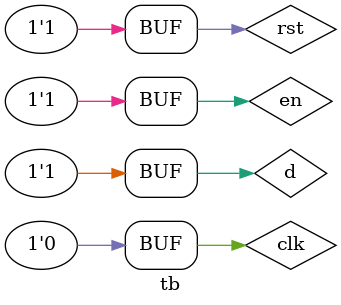
<source format=sv>
module tb();
  logic d,clk,rst,en,out;
  flipflop f(d,clk,rst,en,out);
  initial begin
    #20 d=0;clk=1;rst=0;en=1;
    #1000 clk = 0;
    #1000 d=1;
    #1000 clk=1;
    #1000 clk=0;
    #1000 d=0;
    #1000 clk=1;
    #1000 clk=0;
    #1000 en=0;
    #1000 clk=1;d=1;
    #1000 clk=0;en=1;
    #1000 clk=1;
    #1000 clk=0;
    #1000 rst=1;
    #1000 ;
    
  end
endmodule
    
    

</source>
